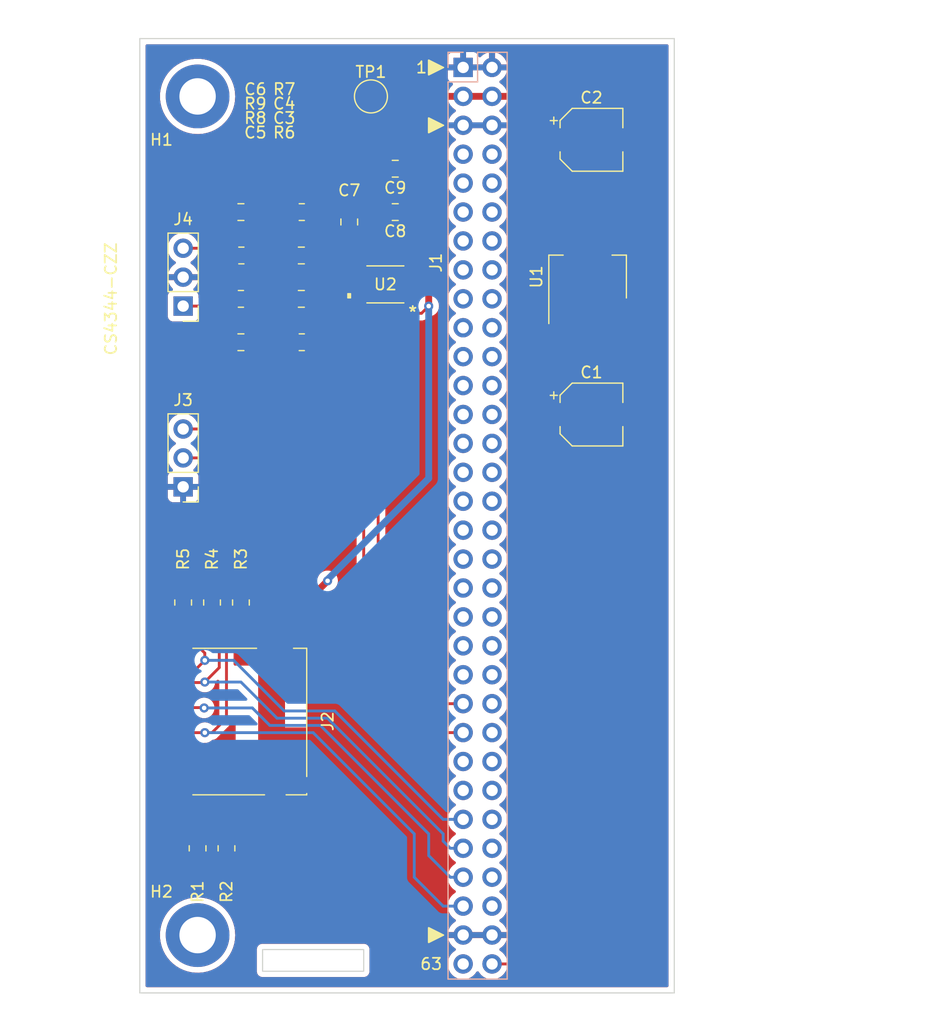
<source format=kicad_pcb>
(kicad_pcb (version 20211014) (generator pcbnew)
  (layers (0 "F.Cu" signal) (31 "B.Cu" signal) (34 "B.Paste" user) (35 "F.Paste" user) (36 "B.SilkS" user "B.Silkscreen") (37 "F.SilkS" user "F.Silkscreen") (38 "B.Mask" user) (39 "F.Mask" user) (44 "Edge.Cuts" user))
  (net 0 "")
  (net 1 "GND")
  (net 2 "3v3")
  (net 29 "VIN")
  (net 30 "AOUTL")
  (net 32 "Net-(C3-Pad2)")
  (net 34 "AOUTR")
  (net 36 "Net-(C4-Pad2)")
  (net 47 "SD_DAT3")
  (net 48 "SD_CMD")
  (net 49 "SD_CLK")
  (net 50 "SD_DAT0")
  (net 51 "SD_DAT1")
  (net 52 "SD_DAT2")
  (net 55 "RX")
  (net 56 "TX")
  (net 59 "Net-(C5-Pad2)")
  (net 60 "Net-(C6-Pad2)")
  (net 61 "I2S_SDIN")
  (net 62 "I2S_SCLK")
  (net 63 "I2S_LRCK")
  (net 64 "I2S_MCLK")
  (net 65 "Net-(C7-Pad1)")
  (net 66 "Net-(C8-Pad1)")
  (footprint "Resistor_SMD:R_0805_2012Metric_Pad1.20x1.40mm_HandSolder" (layer "F.Cu") (at 106.68 109.22 -90)
    (fp_text reference "R5" (at -3.81 0 90) (layer "F.SilkS"))
    (fp_text value "4k7")
    (fp_line (start -0.227064 -0.735) (end 0.227064 -0.735) (layer "F.SilkS") (width 0.12))
    (fp_line (start -0.227064 0.735) (end 0.227064 0.735) (layer "F.SilkS") (width 0.12))
    (pad "1" smd roundrect (at -1 0 270) (size 1.2 1.4) (layers "F.Cu" "F.Paste" "F.Mask") (roundrect_rratio 0.208333) (net 2 "3v3"))
    (pad "2" smd roundrect (at 1 0 270) (size 1.2 1.4) (layers "F.Cu" "F.Paste" "F.Mask") (roundrect_rratio 0.208333) (net 51 "SD_DAT1"))
  )
  (footprint "Resistor_SMD:R_0805_2012Metric_Pad1.20x1.40mm_HandSolder" (layer "F.Cu") (at 117.11 86.36)
    (fp_text reference "R6" (at -1.54 -18.415) (layer "F.SilkS"))
    (fp_text value "10k")
    (fp_line (start -0.227064 -0.735) (end 0.227064 -0.735) (layer "F.SilkS") (width 0.12))
    (fp_line (start -0.227064 0.735) (end 0.227064 0.735) (layer "F.SilkS") (width 0.12))
    (pad "1" smd roundrect (at -1 0) (size 1.2 1.4) (layers "F.Cu" "F.Paste" "F.Mask") (roundrect_rratio 0.208333) (net 32 "Net-(C3-Pad2)"))
    (pad "2" smd roundrect (at 1 0) (size 1.2 1.4) (layers "F.Cu" "F.Paste" "F.Mask") (roundrect_rratio 0.208333) (net 1 "GND"))
  )
  (footprint "Resistor_SMD:R_0805_2012Metric_Pad1.20x1.40mm_HandSolder" (layer "F.Cu") (at 109.22 109.22 -90)
    (fp_text reference "R4" (at -3.81 0 90) (layer "F.SilkS"))
    (fp_text value "4k7")
    (fp_line (start -0.227064 0.735) (end 0.227064 0.735) (layer "F.SilkS") (width 0.12))
    (fp_line (start -0.227064 -0.735) (end 0.227064 -0.735) (layer "F.SilkS") (width 0.12))
    (pad "1" smd roundrect (at -1 0 270) (size 1.2 1.4) (layers "F.Cu" "F.Paste" "F.Mask") (roundrect_rratio 0.208333) (net 2 "3v3"))
    (pad "2" smd roundrect (at 1 0 270) (size 1.2 1.4) (layers "F.Cu" "F.Paste" "F.Mask") (roundrect_rratio 0.208333) (net 50 "SD_DAT0"))
  )
  (footprint "Connector_PinHeader_2.54mm:PinHeader_1x03_P2.54mm_Vertical" (layer "F.Cu") (at 106.68 99.06 180)
    (fp_text reference "J3" (at 0 7.62) (layer "F.SilkS"))
    (fp_text value "Conn_01x03")
    (fp_line (start -1.33 1.27) (end -1.33 6.41) (layer "F.SilkS") (width 0.12))
    (fp_line (start -1.33 6.41) (end 1.33 6.41) (layer "F.SilkS") (width 0.12))
    (fp_line (start -1.33 -1.33) (end 0 -1.33) (layer "F.SilkS") (width 0.12))
    (fp_line (start 1.33 1.27) (end 1.33 6.41) (layer "F.SilkS") (width 0.12))
    (fp_line (start -1.33 0) (end -1.33 -1.33) (layer "F.SilkS") (width 0.12))
    (fp_line (start -1.33 1.27) (end 1.33 1.27) (layer "F.SilkS") (width 0.12))
    (pad "1" thru_hole rect (at 0 0 180) (size 1.7 1.7) (drill 1) (layers *.Cu *.Mask) (net 1 "GND"))
    (pad "2" thru_hole oval (at 0 2.54 180) (size 1.7 1.7) (drill 1) (layers *.Cu *.Mask) (net 55 "RX"))
    (pad "3" thru_hole oval (at 0 5.08 180) (size 1.7 1.7) (drill 1) (layers *.Cu *.Mask) (net 56 "TX"))
  )
  (footprint "MountingHole:MountingHole_3.2mm_M3_DIN965_Pad" (layer "F.Cu") (at 107.95 64.77)
    (fp_text reference "H1" (at -3.175 3.81) (layer "F.SilkS"))
    (fp_text value "MountingHole")
    (pad "1" thru_hole circle (at 0 0) (size 5.6 5.6) (drill 3.2) (layers *.Cu *.Mask))
  )
  (footprint "Capacitor_SMD:CP_Elec_5x5.3" (layer "F.Cu") (at 142.58 92.71)
    (fp_text reference "C1" (at 0 -3.7) (layer "F.SilkS"))
    (fp_text value "10uF")
    (fp_line (start -2.76 1.695563) (end -1.695563 2.76) (layer "F.SilkS") (width 0.12))
    (fp_line (start -3.625 -1.685) (end -3 -1.685) (layer "F.SilkS") (width 0.12))
    (fp_line (start -2.76 -1.695563) (end -2.76 -1.06) (layer "F.SilkS") (width 0.12))
    (fp_line (start -2.76 -1.695563) (end -1.695563 -2.76) (layer "F.SilkS") (width 0.12))
    (fp_line (start -1.695563 -2.76) (end 2.76 -2.76) (layer "F.SilkS") (width 0.12))
    (fp_line (start -3.3125 -1.9975) (end -3.3125 -1.3725) (layer "F.SilkS") (width 0.12))
    (fp_line (start -2.76 1.695563) (end -2.76 1.06) (layer "F.SilkS") (width 0.12))
    (fp_line (start 2.76 2.76) (end 2.76 1.06) (layer "F.SilkS") (width 0.12))
    (fp_line (start -1.695563 2.76) (end 2.76 2.76) (layer "F.SilkS") (width 0.12))
    (fp_line (start 2.76 -2.76) (end 2.76 -1.06) (layer "F.SilkS") (width 0.12))
    (pad "1" smd roundrect (at -2.2 0) (size 3 1.6) (layers "F.Cu" "F.Paste" "F.Mask") (roundrect_rratio 0.15625) (net 29 "VIN"))
    (pad "2" smd roundrect (at 2.2 0) (size 3 1.6) (layers "F.Cu" "F.Paste" "F.Mask") (roundrect_rratio 0.15625) (net 1 "GND"))
  )
  (footprint "Capacitor_SMD:C_0805_2012Metric_Pad1.18x1.45mm_HandSolder" (layer "F.Cu") (at 125.3275 71.12 180)
    (fp_text reference "C9" (at 0 -1.68) (layer "F.SilkS"))
    (fp_text value "10uF")
    (fp_line (start -0.261252 0.735) (end 0.261252 0.735) (layer "F.SilkS") (width 0.12))
    (fp_line (start -0.261252 -0.735) (end 0.261252 -0.735) (layer "F.SilkS") (width 0.12))
    (pad "1" smd roundrect (at -1.0375 0 180) (size 1.175 1.45) (layers "F.Cu" "F.Paste" "F.Mask") (roundrect_rratio 0.212766) (net 66 "Net-(C8-Pad1)"))
    (pad "2" smd roundrect (at 1.0375 0 180) (size 1.175 1.45) (layers "F.Cu" "F.Paste" "F.Mask") (roundrect_rratio 0.212766) (net 1 "GND"))
  )
  (footprint "Capacitor_SMD:C_0805_2012Metric_Pad1.18x1.45mm_HandSolder" (layer "F.Cu") (at 117.0725 78.74 180)
    (fp_text reference "C4" (at 1.5025 13.335) (layer "F.SilkS"))
    (fp_text value "3.3uF")
    (fp_line (start -0.261252 -0.735) (end 0.261252 -0.735) (layer "F.SilkS") (width 0.12))
    (fp_line (start -0.261252 0.735) (end 0.261252 0.735) (layer "F.SilkS") (width 0.12))
    (pad "1" smd roundrect (at -1.0375 0 180) (size 1.175 1.45) (layers "F.Cu" "F.Paste" "F.Mask") (roundrect_rratio 0.212766) (net 30 "AOUTL"))
    (pad "2" smd roundrect (at 1.0375 0 180) (size 1.175 1.45) (layers "F.Cu" "F.Paste" "F.Mask") (roundrect_rratio 0.212766) (net 36 "Net-(C4-Pad2)"))
  )
  (footprint "Package_TO_SOT_SMD:SOT-223-3_TabPin2" (layer "F.Cu") (at 142.24 80.62 90)
    (fp_text reference "U1" (at 0 -4.5 90) (layer "F.SilkS"))
    (fp_text value "AP1117-33")
    (fp_line (start 1.91 -3.41) (end 1.91 -2.15) (layer "F.SilkS") (width 0.12))
    (fp_line (start 1.91 3.41) (end 1.91 2.15) (layer "F.SilkS") (width 0.12))
    (fp_line (start -4.1 -3.41) (end 1.91 -3.41) (layer "F.SilkS") (width 0.12))
    (fp_line (start -1.85 3.41) (end 1.91 3.41) (layer "F.SilkS") (width 0.12))
    (pad "1" smd rect (at -3.15 -2.3 90) (size 2 1.5) (layers "F.Cu" "F.Paste" "F.Mask") (net 1 "GND"))
    (pad "2" smd rect (at -3.15 0 90) (size 2 1.5) (layers "F.Cu" "F.Paste" "F.Mask") (net 2 "3v3"))
    (pad "2" smd rect (at 3.15 0 90) (size 2 3.8) (layers "F.Cu" "F.Paste" "F.Mask") (net 2 "3v3"))
    (pad "3" smd rect (at -3.15 2.3 90) (size 2 1.5) (layers "F.Cu" "F.Paste" "F.Mask") (net 29 "VIN"))
  )
  (footprint "Resistor_SMD:R_0805_2012Metric_Pad1.20x1.40mm_HandSolder" (layer "F.Cu") (at 111.7975 78.74 180)
    (fp_text reference "R9" (at -1.2325 13.335) (layer "F.SilkS"))
    (fp_text value "470")
    (fp_line (start -0.227064 0.735) (end 0.227064 0.735) (layer "F.SilkS") (width 0.12))
    (fp_line (start -0.227064 -0.735) (end 0.227064 -0.735) (layer "F.SilkS") (width 0.12))
    (pad "1" smd roundrect (at -1 0 180) (size 1.2 1.4) (layers "F.Cu" "F.Paste" "F.Mask") (roundrect_rratio 0.208333) (net 36 "Net-(C4-Pad2)"))
    (pad "2" smd roundrect (at 1 0 180) (size 1.2 1.4) (layers "F.Cu" "F.Paste" "F.Mask") (roundrect_rratio 0.208333) (net 60 "Net-(C6-Pad2)"))
  )
  (footprint "Capacitor_SMD:C_0805_2012Metric_Pad1.18x1.45mm_HandSolder" (layer "F.Cu") (at 111.76 86.36 180)
    (fp_text reference "C5" (at -1.27 18.415) (layer "F.SilkS"))
    (fp_text value "2.7nF")
    (fp_line (start -0.261252 -0.735) (end 0.261252 -0.735) (layer "F.SilkS") (width 0.12))
    (fp_line (start -0.261252 0.735) (end 0.261252 0.735) (layer "F.SilkS") (width 0.12))
    (pad "1" smd roundrect (at -1.0375 0 180) (size 1.175 1.45) (layers "F.Cu" "F.Paste" "F.Mask") (roundrect_rratio 0.212766) (net 1 "GND"))
    (pad "2" smd roundrect (at 1.0375 0 180) (size 1.175 1.45) (layers "F.Cu" "F.Paste" "F.Mask") (roundrect_rratio 0.212766) (net 59 "Net-(C5-Pad2)"))
  )
  (footprint "Resistor_SMD:R_0805_2012Metric_Pad1.20x1.40mm_HandSolder" (layer "F.Cu") (at 107.95 130.81 90)
    (fp_text reference "R1" (at -3.81 0 90) (layer "F.SilkS"))
    (fp_text value "4k7")
    (fp_line (start -0.227064 0.735) (end 0.227064 0.735) (layer "F.SilkS") (width 0.12))
    (fp_line (start -0.227064 -0.735) (end 0.227064 -0.735) (layer "F.SilkS") (width 0.12))
    (pad "1" smd roundrect (at -1 0 90) (size 1.2 1.4) (layers "F.Cu" "F.Paste" "F.Mask") (roundrect_rratio 0.208333) (net 2 "3v3"))
    (pad "2" smd roundrect (at 1 0 90) (size 1.2 1.4) (layers "F.Cu" "F.Paste" "F.Mask") (roundrect_rratio 0.208333) (net 52 "SD_DAT2"))
  )
  (footprint "Connector_PinHeader_2.54mm:PinHeader_1x03_P2.54mm_Vertical" (layer "F.Cu") (at 106.68 83.185 180)
    (fp_text reference "J4" (at 0 7.62) (layer "F.SilkS"))
    (fp_text value "Conn_01x03")
    (fp_line (start -1.33 -1.33) (end 0 -1.33) (layer "F.SilkS") (width 0.12))
    (fp_line (start -1.33 1.27) (end 1.33 1.27) (layer "F.SilkS") (width 0.12))
    (fp_line (start -1.33 0) (end -1.33 -1.33) (layer "F.SilkS") (width 0.12))
    (fp_line (start -1.33 6.41) (end 1.33 6.41) (layer "F.SilkS") (width 0.12))
    (fp_line (start 1.33 1.27) (end 1.33 6.41) (layer "F.SilkS") (width 0.12))
    (fp_line (start -1.33 1.27) (end -1.33 6.41) (layer "F.SilkS") (width 0.12))
    (pad "1" thru_hole rect (at 0 0 180) (size 1.7 1.7) (drill 1) (layers *.Cu *.Mask) (net 59 "Net-(C5-Pad2)"))
    (pad "2" thru_hole oval (at 0 2.54 180) (size 1.7 1.7) (drill 1) (layers *.Cu *.Mask) (net 1 "GND"))
    (pad "3" thru_hole oval (at 0 5.08 180) (size 1.7 1.7) (drill 1) (layers *.Cu *.Mask) (net 60 "Net-(C6-Pad2)"))
  )
  (footprint "Resistor_SMD:R_0805_2012Metric_Pad1.20x1.40mm_HandSolder" (layer "F.Cu") (at 111.76 109.22 -90)
    (fp_text reference "R3" (at -3.81 0 90) (layer "F.SilkS"))
    (fp_text value "4k7")
    (fp_line (start -0.227064 -0.735) (end 0.227064 -0.735) (layer "F.SilkS") (width 0.12))
    (fp_line (start -0.227064 0.735) (end 0.227064 0.735) (layer "F.SilkS") (width 0.12))
    (pad "1" smd roundrect (at -1 0 270) (size 1.2 1.4) (layers "F.Cu" "F.Paste" "F.Mask") (roundrect_rratio 0.208333) (net 2 "3v3"))
    (pad "2" smd roundrect (at 1 0 270) (size 1.2 1.4) (layers "F.Cu" "F.Paste" "F.Mask") (roundrect_rratio 0.208333) (net 48 "SD_CMD"))
  )
  (footprint "Capacitor_SMD:CP_Elec_5x5.3" (layer "F.Cu") (at 142.58 68.58)
    (fp_text reference "C2" (at 0 -3.7) (layer "F.SilkS"))
    (fp_text value "100uF")
    (fp_line (start -3.625 -1.685) (end -3 -1.685) (layer "F.SilkS") (width 0.12))
    (fp_line (start -2.76 -1.695563) (end -1.695563 -2.76) (layer "F.SilkS") (width 0.12))
    (fp_line (start -2.76 1.695563) (end -1.695563 2.76) (layer "F.SilkS") (width 0.12))
    (fp_line (start -1.695563 -2.76) (end 2.76 -2.76) (layer "F.SilkS") (width 0.12))
    (fp_line (start -3.3125 -1.9975) (end -3.3125 -1.3725) (layer "F.SilkS") (width 0.12))
    (fp_line (start -2.76 1.695563) (end -2.76 1.06) (layer "F.SilkS") (width 0.12))
    (fp_line (start -1.695563 2.76) (end 2.76 2.76) (layer "F.SilkS") (width 0.12))
    (fp_line (start 2.76 2.76) (end 2.76 1.06) (layer "F.SilkS") (width 0.12))
    (fp_line (start 2.76 -2.76) (end 2.76 -1.06) (layer "F.SilkS") (width 0.12))
    (fp_line (start -2.76 -1.695563) (end -2.76 -1.06) (layer "F.SilkS") (width 0.12))
    (pad "1" smd roundrect (at -2.2 0) (size 3 1.6) (layers "F.Cu" "F.Paste" "F.Mask") (roundrect_rratio 0.15625) (net 2 "3v3"))
    (pad "2" smd roundrect (at 2.2 0) (size 3 1.6) (layers "F.Cu" "F.Paste" "F.Mask") (roundrect_rratio 0.15625) (net 1 "GND"))
  )
  (footprint "Capacitor_SMD:C_0805_2012Metric_Pad1.18x1.45mm_HandSolder" (layer "F.Cu") (at 111.76 74.93 180)
    (fp_text reference "C6" (at -1.27 10.795) (layer "F.SilkS"))
    (fp_text value "2.7nF")
    (fp_line (start -0.261252 0.735) (end 0.261252 0.735) (layer "F.SilkS") (width 0.12))
    (fp_line (start -0.261252 -0.735) (end 0.261252 -0.735) (layer "F.SilkS") (width 0.12))
    (pad "1" smd roundrect (at -1.0375 0 180) (size 1.175 1.45) (layers "F.Cu" "F.Paste" "F.Mask") (roundrect_rratio 0.212766) (net 1 "GND"))
    (pad "2" smd roundrect (at 1.0375 0 180) (size 1.175 1.45) (layers "F.Cu" "F.Paste" "F.Mask") (roundrect_rratio 0.212766) (net 60 "Net-(C6-Pad2)"))
  )
  (footprint "Resistor_SMD:R_0805_2012Metric_Pad1.20x1.40mm_HandSolder" (layer "F.Cu") (at 117.11 74.93)
    (fp_text reference "R7" (at -1.54 -10.795) (layer "F.SilkS"))
    (fp_text value "10k")
    (fp_line (start -0.227064 0.735) (end 0.227064 0.735) (layer "F.SilkS") (width 0.12))
    (fp_line (start -0.227064 -0.735) (end 0.227064 -0.735) (layer "F.SilkS") (width 0.12))
    (pad "1" smd roundrect (at -1 0) (size 1.2 1.4) (layers "F.Cu" "F.Paste" "F.Mask") (roundrect_rratio 0.208333) (net 36 "Net-(C4-Pad2)"))
    (pad "2" smd roundrect (at 1 0) (size 1.2 1.4) (layers "F.Cu" "F.Paste" "F.Mask") (roundrect_rratio 0.208333) (net 1 "GND"))
  )
  (footprint "Resistor_SMD:R_0805_2012Metric_Pad1.20x1.40mm_HandSolder" (layer "F.Cu") (at 111.76 82.55 180)
    (fp_text reference "R8" (at -1.27 15.875) (layer "F.SilkS"))
    (fp_text value "470")
    (fp_line (start -0.227064 -0.735) (end 0.227064 -0.735) (layer "F.SilkS") (width 0.12))
    (fp_line (start -0.227064 0.735) (end 0.227064 0.735) (layer "F.SilkS") (width 0.12))
    (pad "1" smd roundrect (at -1 0 180) (size 1.2 1.4) (layers "F.Cu" "F.Paste" "F.Mask") (roundrect_rratio 0.208333) (net 32 "Net-(C3-Pad2)"))
    (pad "2" smd roundrect (at 1 0 180) (size 1.2 1.4) (layers "F.Cu" "F.Paste" "F.Mask") (roundrect_rratio 0.208333) (net 59 "Net-(C5-Pad2)"))
  )
  (footprint "Capacitor_SMD:C_0805_2012Metric_Pad1.18x1.45mm_HandSolder" (layer "F.Cu") (at 117.0725 82.55 180)
    (fp_text reference "C3" (at 1.5025 15.875) (layer "F.SilkS"))
    (fp_text value "3.3uF")
    (fp_line (start -0.261252 0.735) (end 0.261252 0.735) (layer "F.SilkS") (width 0.12))
    (fp_line (start -0.261252 -0.735) (end 0.261252 -0.735) (layer "F.SilkS") (width 0.12))
    (pad "1" smd roundrect (at -1.0375 0 180) (size 1.175 1.45) (layers "F.Cu" "F.Paste" "F.Mask") (roundrect_rratio 0.212766) (net 34 "AOUTR"))
    (pad "2" smd roundrect (at 1.0375 0 180) (size 1.175 1.45) (layers "F.Cu" "F.Paste" "F.Mask") (roundrect_rratio 0.212766) (net 32 "Net-(C3-Pad2)"))
  )
  (footprint "footprints:CS4344-CZZ" (layer "F.Cu") (at 124.46 81.28 180)
    (fp_text reference "U2" (at 0 0) (layer "F.SilkS"))
    (fp_text value "CS4344-CZZ" (at 24.13 -1.27 90) (layer "F.SilkS"))
    (fp_text user "*" (at -2.40385 -2.4478) (layer "F.SilkS"))
    (fp_text user "*" (at -2.40385 -2.4478) (layer "F.SilkS"))
    (fp_line (start 1.6256 -1.6256) (end -1.6256 -1.6256) (layer "F.SilkS") (width 0.12))
    (fp_line (start -1.6256 1.6256) (end 1.6256 1.6256) (layer "F.SilkS") (width 0.12))
    (fp_poly (pts (xy 3.309099 -1.190501) (xy 3.309099 -0.809501) (xy 3.055099 -0.809501) (xy 3.055099 -1.190501)) (layer "F.SilkS") (width 0.1) (fill solid))
    (pad "1" smd rect locked (at -2.149848 -1.000001 180) (size 1.302499 0.3048) (layers "F.Cu" "F.Paste" "F.Mask") (net 61 "I2S_SDIN"))
    (pad "2" smd rect locked (at -2.149848 -0.499999 180) (size 1.302499 0.3048) (layers "F.Cu" "F.Paste" "F.Mask") (net 62 "I2S_SCLK"))
    (pad "3" smd rect locked (at -2.149848 0 180) (size 1.302499 0.3048) (layers "F.Cu" "F.Paste" "F.Mask") (net 63 "I2S_LRCK"))
    (pad "4" smd rect locked (at -2.149848 0.499999 180) (size 1.302499 0.3048) (layers "F.Cu" "F.Paste" "F.Mask") (net 64 "I2S_MCLK"))
    (pad "5" smd rect locked (at -2.149848 1.000001 180) (size 1.302499 0.3048) (layers "F.Cu" "F.Paste" "F.Mask") (net 66 "Net-(C8-Pad1)"))
    (pad "6" smd rect locked (at 2.149848 1.000001 180) (size 1.302499 0.3048) (layers "F.Cu" "F.Paste" "F.Mask") (net 65 "Net-(C7-Pad1)"))
    (pad "7" smd rect locked (at 2.149848 0.499999 180) (size 1.302499 0.3048) (layers "F.Cu" "F.Paste" "F.Mask") (net 30 "AOUTL"))
    (pad "8" smd rect locked (at 2.149848 0 180) (size 1.302499 0.3048) (layers "F.Cu" "F.Paste" "F.Mask") (net 1 "GND"))
    (pad "9" smd rect locked (at 2.149848 -0.499999 180) (size 1.302499 0.3048) (layers "F.Cu" "F.Paste" "F.Mask") (net 2 "3v3"))
    (pad "10" smd rect locked (at 2.149848 -1.000001 180) (size 1.302499 0.3048) (layers "F.Cu" "F.Paste" "F.Mask") (net 34 "AOUTR"))
  )
  (footprint "TestPoint:TestPoint_Pad_D2.5mm" (layer "F.Cu") (at 123.19 64.77)
    (fp_text reference "TP1" (at 0 -2.148) (layer "F.SilkS"))
    (fp_text value "TestPoint")
    (fp_circle (center 0 0) (end 0 1.45) (layer "F.SilkS") (width 0.12) (fill none))
    (pad "1" smd circle (at 0 0) (size 2.5 2.5) (layers "F.Cu" "F.Mask") (net 2 "3v3"))
  )
  (footprint "MountingHole:MountingHole_3.2mm_M3_DIN965_Pad" (layer "F.Cu") (at 107.95 138.43)
    (fp_text reference "H2" (at -3.175 -3.81) (layer "F.SilkS"))
    (fp_text value "MountingHole")
    (pad "1" thru_hole circle (at 0 0) (size 5.6 5.6) (drill 3.2) (layers *.Cu *.Mask))
  )
  (footprint "Capacitor_SMD:C_0805_2012Metric_Pad1.18x1.45mm_HandSolder" (layer "F.Cu") (at 125.3275 74.93 180)
    (fp_text reference "C8" (at 0 -1.68) (layer "F.SilkS"))
    (fp_text value "100nF")
    (fp_line (start -0.261252 0.735) (end 0.261252 0.735) (layer "F.SilkS") (width 0.12))
    (fp_line (start -0.261252 -0.735) (end 0.261252 -0.735) (layer "F.SilkS") (width 0.12))
    (pad "1" smd roundrect (at -1.0375 0 180) (size 1.175 1.45) (layers "F.Cu" "F.Paste" "F.Mask") (roundrect_rratio 0.212766) (net 66 "Net-(C8-Pad1)"))
    (pad "2" smd roundrect (at 1.0375 0 180) (size 1.175 1.45) (layers "F.Cu" "F.Paste" "F.Mask") (roundrect_rratio 0.212766) (net 1 "GND"))
  )
  (footprint "Capacitor_SMD:C_0805_2012Metric_Pad1.18x1.45mm_HandSolder" (layer "F.Cu") (at 121.285 75.7975 90)
    (fp_text reference "C7" (at 2.7725 0 180) (layer "F.SilkS"))
    (fp_text value "10uF")
    (fp_line (start -0.261252 -0.735) (end 0.261252 -0.735) (layer "F.SilkS") (width 0.12))
    (fp_line (start -0.261252 0.735) (end 0.261252 0.735) (layer "F.SilkS") (width 0.12))
    (pad "1" smd roundrect (at -1.0375 0 90) (size 1.175 1.45) (layers "F.Cu" "F.Paste" "F.Mask") (roundrect_rratio 0.212766) (net 65 "Net-(C7-Pad1)"))
    (pad "2" smd roundrect (at 1.0375 0 90) (size 1.175 1.45) (layers "F.Cu" "F.Paste" "F.Mask") (roundrect_rratio 0.212766) (net 1 "GND"))
  )
  (footprint "Resistor_SMD:R_0805_2012Metric_Pad1.20x1.40mm_HandSolder" (layer "F.Cu") (at 110.49 130.81 90)
    (fp_text reference "R2" (at -3.81 0 90) (layer "F.SilkS"))
    (fp_text value "4k7")
    (fp_line (start -0.227064 0.735) (end 0.227064 0.735) (layer "F.SilkS") (width 0.12))
    (fp_line (start -0.227064 -0.735) (end 0.227064 -0.735) (layer "F.SilkS") (width 0.12))
    (pad "1" smd roundrect (at -1 0 90) (size 1.2 1.4) (layers "F.Cu" "F.Paste" "F.Mask") (roundrect_rratio 0.208333) (net 2 "3v3"))
    (pad "2" smd roundrect (at 1 0 90) (size 1.2 1.4) (layers "F.Cu" "F.Paste" "F.Mask") (roundrect_rratio 0.208333) (net 47 "SD_DAT3"))
  )
  (footprint "Connector_Card:microSD_HC_Hirose_DM3D-SF" (layer "F.Cu") (at 111.76 119.675 -90)
    (fp_text reference "J2" (at -0.025 -7.625 90) (layer "F.SilkS"))
    (fp_text value "Micro_SD_Card")
    (fp_line (start 6.435 -2.075) (end 6.435 4.225) (layer "F.SilkS") (width 0.12))
    (fp_line (start -6.435 -4.625) (end -6.435 -5.785) (layer "F.SilkS") (width 0.12))
    (fp_line (start -6.435 -5.785) (end 4.825 -5.785) (layer "F.SilkS") (width 0.12))
    (fp_line (start 6.435 -5.785) (end 6.435 -3.975) (layer "F.SilkS") (width 0.12))
    (fp_line (start 6.325 -5.785) (end 6.435 -5.785) (layer "F.SilkS") (width 0.12))
    (fp_line (start -6.435 -1.375) (end -6.435 4.225) (layer "F.SilkS") (width 0.12))
    (pad "1" smd rect (at 3.175 5.35 270) (size 0.7 1.75) (layers "F.Cu" "F.Paste" "F.Mask") (net 52 "SD_DAT2"))
    (pad "2" smd rect (at 2.075 5.35 270) (size 0.7 1.75) (layers "F.Cu" "F.Paste" "F.Mask") (net 47 "SD_DAT3"))
    (pad "3" smd rect (at 0.975 5.35 270) (size 0.7 1.75) (layers "F.Cu" "F.Paste" "F.Mask") (net 48 "SD_CMD"))
    (pad "4" smd rect (at -0.125 5.35 270) (size 0.7 1.75) (layers "F.Cu" "F.Paste" "F.Mask") (net 2 "3v3"))
    (pad "5" smd rect (at -1.225 5.35 270) (size 0.7 1.75) (layers "F.Cu" "F.Paste" "F.Mask") (net 49 "SD_CLK"))
    (pad "6" smd rect (at -2.325 5.35 270) (size 0.7 1.75) (layers "F.Cu" "F.Paste" "F.Mask") (net 1 "GND"))
    (pad "7" smd rect (at -3.425 5.35 270) (size 0.7 1.75) (layers "F.Cu" "F.Paste" "F.Mask") (net 50 "SD_DAT0"))
    (pad "8" smd rect (at -4.525 5.35 270) (size 0.7 1.75) (layers "F.Cu" "F.Paste" "F.Mask") (net 51 "SD_DAT1"))
    (pad "9" smd rect (at -5.65 -3.875 270) (size 1.45 1) (layers "F.Cu" "F.Paste" "F.Mask") (net 1 "GND"))
    (pad "10" smd rect (at 5.575 -5.45 270) (size 1 1.55) (layers "F.Cu" "F.Paste" "F.Mask"))
    (pad "11" smd rect (at 5.975 -3.025 270) (size 0.8 1.4) (layers "F.Cu" "F.Paste" "F.Mask"))
    (pad "11" smd rect (at -5.725 5.225 270) (size 1.3 1.5) (layers "F.Cu" "F.Paste" "F.Mask"))
    (pad "11" smd rect (at 5.625 5.225 270) (size 1.5 1.5) (layers "F.Cu" "F.Paste" "F.Mask"))
    (pad "11" smd rect (at -5.975 -2.375 270) (size 0.8 1.5) (layers "F.Cu" "F.Paste" "F.Mask"))
    (zone (net 0) (net_name "") (layer "F.Cu") (connect_pads (clearance 0)) (min_thickness 0.254)
      (keepout (tracks not_allowed) (vias not_allowed) (pads not_allowed) (copperpour not_allowed) (footprints not_allowed))
      (fill (thermal_gap 0.508) (thermal_bridge_width 0.508))
      (polygon (pts (xy 115.635 117.7) (xy 115.635 120.2) (xy 117.485 120.2) (xy 117.485 117.7)))
    )
    (zone (net 0) (net_name "") (layer "F.Cu") (connect_pads (clearance 0)) (min_thickness 0.254)
      (keepout (tracks not_allowed) (vias not_allowed) (pads not_allowed) (copperpour not_allowed) (footprints not_allowed))
      (fill (thermal_gap 0.508) (thermal_bridge_width 0.508))
      (polygon (pts (xy 113.285 114.75) (xy 113.285 123.25) (xy 111.285 123.25) (xy 111.285 114.75)))
    )
  )
  (footprint "Connector_PinSocket_2.54mm:PinSocket_2x32_P2.54mm_Vertical" (layer "B.Cu") (at 131.298 62.225 180)
    (fp_text reference "J1" (at 2.393 -17.15 270) (layer "F.SilkS"))
    (fp_text value "LEFT")
    (fp_line (start -3.87 1.33) (end -1.27 1.33) (layer "B.SilkS") (width 0.12))
    (fp_line (start 1.33 -1.27) (end 1.33 -80.07) (layer "B.SilkS") (width 0.12))
    (fp_line (start 1.33 1.33) (end 1.33 0) (layer "B.SilkS") (width 0.12))
    (fp_line (start -3.87 -80.07) (end 1.33 -80.07) (layer "B.SilkS") (width 0.12))
    (fp_line (start 0 1.33) (end 1.33 1.33) (layer "B.SilkS") (width 0.12))
    (fp_line (start -1.27 -1.27) (end 1.33 -1.27) (layer "B.SilkS") (width 0.12))
    (fp_line (start -3.87 1.33) (end -3.87 -80.07) (layer "B.SilkS") (width 0.12))
    (fp_line (start -1.27 1.33) (end -1.27 -1.27) (layer "B.SilkS") (width 0.12))
    (pad "1" thru_hole rect (at 0 0 180) (size 1.7 1.7) (drill 1) (layers *.Cu *.Mask) (net 1 "GND"))
    (pad "2" thru_hole oval (at -2.54 0 180) (size 1.7 1.7) (drill 1) (layers *.Cu *.Mask) (net 1 "GND"))
    (pad "3" thru_hole oval (at 0 -2.54 180) (size 1.7 1.7) (drill 1) (layers *.Cu *.Mask) (net 2 "3v3"))
    (pad "4" thru_hole oval (at -2.54 -2.54 180) (size 1.7 1.7) (drill 1) (layers *.Cu *.Mask) (net 2 "3v3"))
    (pad "5" thru_hole oval (at 0 -5.08 180) (size 1.7 1.7) (drill 1) (layers *.Cu *.Mask) (net 1 "GND"))
    (pad "6" thru_hole oval (at -2.54 -5.08 180) (size 1.7 1.7) (drill 1) (layers *.Cu *.Mask) (net 1 "GND"))
    (pad "7" thru_hole oval (at 0 -7.62 180) (size 1.7 1.7) (drill 1) (layers *.Cu *.Mask))
    (pad "8" thru_hole oval (at -2.54 -7.62 180) (size 1.7 1.7) (drill 1) (layers *.Cu *.Mask))
    (pad "9" thru_hole oval (at 0 -10.16 180) (size 1.7 1.7) (drill 1) (layers *.Cu *.Mask))
    (pad "10" thru_hole oval (at -2.54 -10.16 180) (size 1.7 1.7) (drill 1) (layers *.Cu *.Mask))
    (pad "11" thru_hole oval (at 0 -12.7 180) (size 1.7 1.7) (drill 1) (layers *.Cu *.Mask))
    (pad "12" thru_hole oval (at -2.54 -12.7 180) (size 1.7 1.7) (drill 1) (layers *.Cu *.Mask))
    (pad "13" thru_hole oval (at 0 -15.24 180) (size 1.7 1.7) (drill 1) (layers *.Cu *.Mask))
    (pad "14" thru_hole oval (at -2.54 -15.24 180) (size 1.7 1.7) (drill 1) (layers *.Cu *.Mask))
    (pad "15" thru_hole oval (at 0 -17.78 180) (size 1.7 1.7) (drill 1) (layers *.Cu *.Mask))
    (pad "16" thru_hole oval (at -2.54 -17.78 180) (size 1.7 1.7) (drill 1) (layers *.Cu *.Mask))
    (pad "17" thru_hole oval (at 0 -20.32 180) (size 1.7 1.7) (drill 1) (layers *.Cu *.Mask))
    (pad "18" thru_hole oval (at -2.54 -20.32 180) (size 1.7 1.7) (drill 1) (layers *.Cu *.Mask))
    (pad "19" thru_hole oval (at 0 -22.86 180) (size 1.7 1.7) (drill 1) (layers *.Cu *.Mask))
    (pad "20" thru_hole oval (at -2.54 -22.86 180) (size 1.7 1.7) (drill 1) (layers *.Cu *.Mask))
    (pad "21" thru_hole oval (at 0 -25.4 180) (size 1.7 1.7) (drill 1) (layers *.Cu *.Mask))
    (pad "22" thru_hole oval (at -2.54 -25.4 180) (size 1.7 1.7) (drill 1) (layers *.Cu *.Mask))
    (pad "23" thru_hole oval (at 0 -27.94 180) (size 1.7 1.7) (drill 1) (layers *.Cu *.Mask))
    (pad "24" thru_hole oval (at -2.54 -27.94 180) (size 1.7 1.7) (drill 1) (layers *.Cu *.Mask))
    (pad "25" thru_hole oval (at 0 -30.48 180) (size 1.7 1.7) (drill 1) (layers *.Cu *.Mask))
    (pad "26" thru_hole oval (at -2.54 -30.48 180) (size 1.7 1.7) (drill 1) (layers *.Cu *.Mask))
    (pad "27" thru_hole oval (at 0 -33.02 180) (size 1.7 1.7) (drill 1) (layers *.Cu *.Mask))
    (pad "28" thru_hole oval (at -2.54 -33.02 180) (size 1.7 1.7) (drill 1) (layers *.Cu *.Mask))
    (pad "29" thru_hole oval (at 0 -35.56 180) (size 1.7 1.7) (drill 1) (layers *.Cu *.Mask))
    (pad "30" thru_hole oval (at -2.54 -35.56 180) (size 1.7 1.7) (drill 1) (layers *.Cu *.Mask))
    (pad "31" thru_hole oval (at 0 -38.1 180) (size 1.7 1.7) (drill 1) (layers *.Cu *.Mask))
    (pad "32" thru_hole oval (at -2.54 -38.1 180) (size 1.7 1.7) (drill 1) (layers *.Cu *.Mask))
    (pad "33" thru_hole oval (at 0 -40.64 180) (size 1.7 1.7) (drill 1) (layers *.Cu *.Mask))
    (pad "34" thru_hole oval (at -2.54 -40.64 180) (size 1.7 1.7) (drill 1) (layers *.Cu *.Mask))
    (pad "35" thru_hole oval (at 0 -43.18 180) (size 1.7 1.7) (drill 1) (layers *.Cu *.Mask))
    (pad "36" thru_hole oval (at -2.54 -43.18 180) (size 1.7 1.7) (drill 1) (layers *.Cu *.Mask))
    (pad "37" thru_hole oval (at 0 -45.72 180) (size 1.7 1.7) (drill 1) (layers *.Cu *.Mask))
    (pad "38" thru_hole oval (at -2.54 -45.72 180) (size 1.7 1.7) (drill 1) (layers *.Cu *.Mask))
    (pad "39" thru_hole oval (at 0 -48.26 180) (size 1.7 1.7) (drill 1) (layers *.Cu *.Mask))
    (pad "40" thru_hole oval (at -2.54 -48.26 180) (size 1.7 1.7) (drill 1) (layers *.Cu *.Mask))
    (pad "41" thru_hole oval (at 0 -50.8 180) (size 1.7 1.7) (drill 1) (layers *.Cu *.Mask))
    (pad "42" thru_hole oval (at -2.54 -50.8 180) (size 1.7 1.7) (drill 1) (layers *.Cu *.Mask))
    (pad "43" thru_hole oval (at 0 -53.34 180) (size 1.7 1.7) (drill 1) (layers *.Cu *.Mask))
    (pad "44" thru_hole oval (at -2.54 -53.34 180) (size 1.7 1.7) (drill 1) (layers *.Cu *.Mask))
    (pad "45" thru_hole oval (at 0 -55.88 180) (size 1.7 1.7) (drill 1) (layers *.Cu *.Mask) (net 56 "TX"))
    (pad "46" thru_hole oval (at -2.54 -55.88 180) (size 1.7 1.7) (drill 1) (layers *.Cu *.Mask) (net 64 "I2S_MCLK"))
    (pad "47" thru_hole oval (at 0 -58.42 180) (size 1.7 1.7) (drill 1) (layers *.Cu *.Mask) (net 55 "RX"))
    (pad "48" thru_hole oval (at -2.54 -58.42 180) (size 1.7 1.7) (drill 1) (layers *.Cu *.Mask) (net 63 "I2S_LRCK"))
    (pad "49" thru_hole oval (at 0 -60.96 180) (size 1.7 1.7) (drill 1) (layers *.Cu *.Mask) (net 47 "SD_DAT3"))
    (pad "50" thru_hole oval (at -2.54 -60.96 180) (size 1.7 1.7) (drill 1) (layers *.Cu *.Mask) (net 62 "I2S_SCLK"))
    (pad "51" thru_hole oval (at 0 -63.5 180) (size 1.7 1.7) (drill 1) (layers *.Cu *.Mask) (net 52 "SD_DAT2"))
    (pad "52" thru_hole oval (at -2.54 -63.5 180) (size 1.7 1.7) (drill 1) (layers *.Cu *.Mask) (net 61 "I2S_SDIN"))
    (pad "53" thru_hole oval (at 0 -66.04 180) (size 1.7 1.7) (drill 1) (layers *.Cu *.Mask) (net 51 "SD_DAT1"))
    (pad "54" thru_hole oval (at -2.54 -66.04 180) (size 1.7 1.7) (drill 1) (layers *.Cu *.Mask))
    (pad "55" thru_hole oval (at 0 -68.58 180) (size 1.7 1.7) (drill 1) (layers *.Cu *.Mask) (net 50 "SD_DAT0"))
    (pad "56" thru_hole oval (at -2.54 -68.58 180) (size 1.7 1.7) (drill 1) (layers *.Cu *.Mask))
    (pad "57" thru_hole oval (at 0 -71.12 180) (size 1.7 1.7) (drill 1) (layers *.Cu *.Mask) (net 49 "SD_CLK"))
    (pad "58" thru_hole oval (at -2.54 -71.12 180) (size 1.7 1.7) (drill 1) (layers *.Cu *.Mask))
    (pad "59" thru_hole oval (at 0 -73.66 180) (size 1.7 1.7) (drill 1) (layers *.Cu *.Mask) (net 48 "SD_CMD"))
    (pad "60" thru_hole oval (at -2.54 -73.66 180) (size 1.7 1.7) (drill 1) (layers *.Cu *.Mask))
    (pad "61" thru_hole oval (at 0 -76.2 180) (size 1.7 1.7) (drill 1) (layers *.Cu *.Mask) (net 1 "GND"))
    (pad "62" thru_hole oval (at -2.54 -76.2 180) (size 1.7 1.7) (drill 1) (layers *.Cu *.Mask) (net 1 "GND"))
    (pad "63" thru_hole oval (at 0 -78.74 180) (size 1.7 1.7) (drill 1) (layers *.Cu *.Mask))
    (pad "64" thru_hole oval (at -2.54 -78.74 180) (size 1.7 1.7) (drill 1) (layers *.Cu *.Mask) (net 29 "VIN"))
  )
  (gr_poly (pts (xy 128.27 61.595) (xy 129.54 62.23) (xy 128.27 62.865)) (layer "F.SilkS") (width 0.15) (fill solid))
  (gr_poly (pts (xy 128.27 66.675) (xy 129.54 67.31) (xy 128.27 67.945)) (layer "F.SilkS") (width 0.15) (fill solid))
  (gr_poly (pts (xy 128.27 137.795) (xy 129.54 138.43) (xy 128.27 139.065)) (layer "F.SilkS") (width 0.15) (fill solid))
  (gr_rect (start 113.665 139.7) (end 122.555 141.605) (layer "Edge.Cuts") (width 0.1) (fill none))
  (gr_line (start 102.87 59.69) (end 149.86 59.69) (layer "Edge.Cuts") (width 0.1))
  (gr_line (start 149.86 59.69) (end 149.86 143.51) (layer "Edge.Cuts") (width 0.1))
  (gr_line (start 102.87 143.51) (end 102.87 59.69) (layer "Edge.Cuts") (width 0.1))
  (gr_line (start 149.86 143.51) (end 102.87 143.51) (layer "Edge.Cuts") (width 0.1))
  (gr_text "63" (at 129.54 140.97) (layer "F.SilkS") (effects (font (size 1 1)) (justify right)))
  (gr_text "1" (at 127.635 62.23) (layer "F.SilkS") (effects (font (size 1 1))))
  (segment (start 122.310152 81.28) (end 120.65 81.28) (width 0.25) (layer "F.Cu") (net 1))
  (segment (start 118.475 108.22) (end 111.76 108.22) (width 0.6) (layer "F.Cu") (net 2))
  (segment (start 123.195 64.765) (end 123.19 64.77) (width 0.4) (layer "F.Cu") (net 2))
  (segment (start 119.38 107.315) (end 118.475 108.22) (width 0.6) (layer "F.Cu") (net 2))
  (segment (start 140.38 66.72) (end 138.425 64.765) (width 0.6) (layer "F.Cu") (net 2))
  (segment (start 140.38 68.58) (end 140.38 66.72) (width 0.6) (layer "F.Cu") (net 2))
  (segment (start 107.95 131.81) (end 104.775 128.635) (width 0.6) (layer "F.Cu") (net 2))
  (segment (start 122.310152 81.779999) (end 123.960001 81.779999) (width 0.25) (layer "F.Cu") (net 2))
  (segment (start 131.298 64.765) (end 123.195 64.765) (width 0.6) (layer "F.Cu") (net 2))
  (segment (start 106.68 108.22) (end 105.775 108.22) (width 0.6) (layer "F.Cu") (net 2))
  (segment (start 127.635 83.82) (end 128.27 83.185) (width 0.25) (layer "F.Cu") (net 2))
  (segment (start 140.38 68.58) (end 140.38 71.8) (width 0.6) (layer "F.Cu") (net 2))
  (segment (start 131.298 64.765) (end 129.545 64.765) (width 0.4) (layer "F.Cu") (net 2))
  (segment (start 128.27 66.04) (end 129.545 64.765) (width 0.6) (layer "F.Cu") (net 2))
  (segment (start 111.76 108.22) (end 109.22 108.22) (width 0.6) (layer "F.Cu") (net 2))
  (segment (start 123.960001 81.779999) (end 124.46 82.279998) (width 0.25) (layer "F.Cu") (net 2))
  (segment (start 110.49 131.81) (end 107.95 131.81) (width 0.6) (layer "F.Cu") (net 2))
  (segment (start 124.46 83.185) (end 125.095 83.82) (width 0.25) (layer "F.Cu") (net 2))
  (segment (start 109.22 108.22) (end 106.68 108.22) (width 0.6) (layer "F.Cu") (net 2))
  (segment (start 142.24 73.66) (end 142.24 77.47) (width 0.6) (layer "F.Cu") (net 2))
  (segment (start 106.41 119.55) (end 104.945 119.55) (width 0.25) (layer "F.Cu") (net 2))
  (segment (start 128.27 83.185) (end 128.27 66.04) (width 0.6) (layer "F.Cu") (net 2))
  (segment (start 131.298 64.765) (end 133.838 64.765) (width 0.6) (layer "F.Cu") (net 2))
  (segment (start 138.425 64.765) (end 133.838 64.765) (width 0.6) (layer "F.Cu") (net 2))
  (segment (start 124.46 82.279998) (end 124.46 83.185) (width 0.25) (layer "F.Cu") (net 2))
  (segment (start 142.24 77.47) (end 142.24 83.77) (width 0.6) (layer "F.Cu") (net 2))
  (segment (start 140.38 71.8) (end 142.24 73.66) (width 0.6) (layer "F.Cu") (net 2))
  (segment (start 104.945 119.55) (end 104.775 119.38) (width 0.25) (layer "F.Cu") (net 2))
  (segment (start 107.68 132.08) (end 107.95 131.81) (width 0.6) (layer "F.Cu") (net 2))
  (segment (start 105.775 108.22) (end 104.775 109.22) (width 0.6) (layer "F.Cu") (net 2))
  (segment (start 125.095 83.82) (end 127.635 83.82) (width 0.25) (layer "F.Cu") (net 2))
  (segment (start 104.775 128.635) (end 104.775 119.38) (width 0.6) (layer "F.Cu") (net 2))
  (segment (start 104.775 109.22) (end 104.775 119.38) (width 0.6) (layer "F.Cu") (net 2))
  (via (at 119.38 107.315) (size 0.8) (drill 0.4) (layers "F.Cu" "B.Cu") (net 2))
  (via (at 128.27 83.185) (size 0.8) (drill 0.4) (layers "F.Cu" "B.Cu") (net 2))
  (segment (start 119.38 107.315) (end 119.38 107.201897) (width 0.25) (layer "B.Cu") (net 2))
  (segment (start 128.27 98.311897) (end 119.38 107.201897) (width 0.6) (layer "B.Cu") (net 2))
  (segment (start 128.27 83.185) (end 128.27 98.311897) (width 0.6) (layer "B.Cu") (net 2))
  (segment (start 137.165 140.965) (end 140.38 137.75) (width 0.25) (layer "F.Cu") (net 29))
  (segment (start 140.38 89.49) (end 144.54 85.33) (width 0.25) (layer "F.Cu") (net 29))
  (segment (start 140.38 137.75) (end 140.38 92.71) (width 0.25) (layer "F.Cu") (net 29))
  (segment (start 140.38 92.71) (end 140.38 89.49) (width 0.25) (layer "F.Cu") (net 29))
  (segment (start 133.838 140.965) (end 137.165 140.965) (width 0.25) (layer "F.Cu") (net 29))
  (segment (start 144.54 85.33) (end 144.54 83.77) (width 0.25) (layer "F.Cu") (net 29))
  (segment (start 120.785001 80.780001) (end 120.65 80.645) (width 0.25) (layer "F.Cu") (net 30))
  (segment (start 122.310152 80.780001) (end 120.785001 80.780001) (width 0.25) (layer "F.Cu") (net 30))
  (segment (start 120.65 79.375) (end 120.015 78.74) (width 0.25) (layer "F.Cu") (net 30))
  (segment (start 120.015 78.74) (end 118.11 78.74) (width 0.25) (layer "F.Cu") (net 30))
  (segment (start 120.65 80.645) (end 120.65 79.375) (width 0.25) (layer "F.Cu") (net 30))
  (segment (start 116.11 86.36) (end 116.11 82.625) (width 0.25) (layer "F.Cu") (net 32))
  (segment (start 116.11 82.625) (end 116.035 82.55) (width 0.25) (layer "F.Cu") (net 32))
  (segment (start 112.76 82.55) (end 116.035 82.55) (width 0.25) (layer "F.Cu") (net 32))
  (segment (start 122.310152 82.280001) (end 120.919999 82.280001) (width 0.25) (layer "F.Cu") (net 34))
  (segment (start 120.65 82.55) (end 118.11 82.55) (width 0.25) (layer "F.Cu") (net 34))
  (segment (start 120.919999 82.280001) (end 120.65 82.55) (width 0.25) (layer "F.Cu") (net 34))
  (segment (start 116.11 74.93) (end 116.11 78.665) (width 0.25) (layer "F.Cu") (net 36))
  (segment (start 116.11 78.665) (end 116.035 78.74) (width 0.25) (layer "F.Cu") (net 36))
  (segment (start 112.7975 78.74) (end 116.035 78.74) (width 0.25) (layer "F.Cu") (net 36))
  (segment (start 106.41 121.75) (end 107.535 121.75) (width 0.25) (layer "F.Cu") (net 47))
  (segment (start 110.49 124.705) (end 110.49 129.81) (width 0.25) (layer "F.Cu") (net 47))
  (segment (start 107.535 121.75) (end 110.49 124.705) (width 0.25) (layer "F.Cu") (net 47))
  (segment (start 110.49 119.38) (end 109.22 120.65) (width 0.25) (layer "F.Cu") (net 48))
  (segment (start 110.49 111.76) (end 110.49 119.38) (width 0.25) (layer "F.Cu") (net 48))
  (segment (start 108.585 120.65) (end 106.41 120.65) (width 0.25) (layer "F.Cu") (net 48))
  (segment (start 111.76 110.22) (end 110.49 111.76) (width 0.25) (layer "F.Cu") (net 48))
  (segment (start 109.22 120.65) (end 108.585 120.65) (width 0.25) (layer "F.Cu") (net 48))
  (via (at 108.585 120.65) (size 0.8) (drill 0.4) (layers "F.Cu" "B.Cu") (net 48))
  (segment (start 129.535 135.885) (end 131.298 135.885) (width 0.25) (layer "B.Cu") (net 48))
  (segment (start 127 129.54) (end 127 133.35) (width 0.25) (layer "B.Cu") (net 48))
  (segment (start 118.11 120.65) (end 127 129.54) (width 0.25) (layer "B.Cu") (net 48))
  (segment (start 108.585 120.65) (end 118.11 120.65) (width 0.25) (layer "B.Cu") (net 48))
  (segment (start 127 133.35) (end 129.535 135.885) (width 0.25) (layer "B.Cu") (net 48))
  (segment (start 108.494363 118.45) (end 108.525334 118.480971) (width 0.25) (layer "F.Cu") (net 49))
  (segment (start 106.41 118.45) (end 108.494363 118.45) (width 0.25) (layer "F.Cu") (net 49))
  (via (at 108.525334 118.480971) (size 0.8) (drill 0.4) (layers "F.Cu" "B.Cu") (net 49))
  (segment (start 128.27 129.54) (end 128.27 131.445) (width 0.25) (layer "B.Cu") (net 49))
  (segment (start 118.745 120.015) (end 128.27 129.54) (width 0.25) (layer "B.Cu") (net 49))
  (segment (start 112.765971 118.480971) (end 114.3 120.015) (width 0.25) (layer "B.Cu") (net 49))
  (segment (start 128.27 131.445) (end 130.175 133.35) (width 0.25) (layer "B.Cu") (net 49))
  (segment (start 130.175 133.35) (end 131.293 133.35) (width 0.25) (layer "B.Cu") (net 49))
  (segment (start 114.3 120.015) (end 118.745 120.015) (width 0.25) (layer "B.Cu") (net 49))
  (segment (start 131.293 133.35) (end 131.298 133.345) (width 0.25) (layer "B.Cu") (net 49))
  (segment (start 108.525334 118.480971) (end 112.765971 118.480971) (width 0.25) (layer "B.Cu") (net 49))
  (segment (start 109.22 110.22) (end 109.22 111.76) (width 0.25) (layer "F.Cu") (net 50))
  (segment (start 109.855 112.395) (end 109.855 114.935) (width 0.25) (layer "F.Cu") (net 50))
  (segment (start 109.22 111.76) (end 109.855 112.395) (width 0.25) (layer "F.Cu") (net 50))
  (segment (start 108.585 116.205) (end 108.54 116.25) (width 0.25) (layer "F.Cu") (net 50))
  (segment (start 108.54 116.25) (end 106.41 116.25) (width 0.25) (layer "F.Cu") (net 50))
  (segment (start 109.855 114.935) (end 108.54 116.25) (width 0.25) (layer "F.Cu") (net 50))
  (via (at 108.585 116.205) (size 0.8) (drill 0.4) (layers "F.Cu" "B.Cu") (net 50))
  (segment (start 111.76 116.205) (end 114.935 119.38) (width 0.25) (layer "B.Cu") (net 50))
  (segment (start 108.585 116.205) (end 111.76 116.205) (width 0.25) (layer "B.Cu") (net 50))
  (segment (start 130.17 130.805) (end 131.298 130.805) (width 0.25) (layer "B.Cu") (net 50))
  (segment (start 129.54 130.175) (end 130.17 130.805) (width 0.25) (layer "B.Cu") (net 50))
  (segment (start 119.38 119.38) (end 129.54 129.54) (width 0.25) (layer "B.Cu") (net 50))
  (segment (start 114.935 119.38) (end 119.38 119.38) (width 0.25) (layer "B.Cu") (net 50))
  (segment (start 129.54 129.54) (end 129.54 130.175) (width 0.25) (layer "B.Cu") (net 50))
  (segment (start 108.585 113.665) (end 106.68 111.76) (width 0.25) (layer "F.Cu") (net 51))
  (segment (start 106.68 111.76) (end 106.68 110.22) (width 0.25) (layer "F.Cu") (net 51))
  (segment (start 106.41 115.15) (end 107.735 115.15) (width 0.25) (layer "F.Cu") (net 51))
  (segment (start 107.735 115.15) (end 108.585 114.3) (width 0.25) (layer "F.Cu") (net 51))
  (segment (start 108.585 114.3) (end 108.585 113.665) (width 0.25) (layer "F.Cu") (net 51))
  (via (at 108.585 114.3) (size 0.8) (drill 0.4) (layers "F.Cu" "B.Cu") (net 51))
  (segment (start 115.57 118.745) (end 120.015 118.745) (width 0.25) (layer "B.Cu") (net 51))
  (segment (start 129.535 128.265) (end 131.298 128.265) (width 0.25) (layer "B.Cu") (net 51))
  (segment (start 108.585 114.3) (end 111.125 114.3) (width 0.25) (layer "B.Cu") (net 51))
  (segment (start 111.125 114.3) (end 115.57 118.745) (width 0.25) (layer "B.Cu") (net 51))
  (segment (start 120.015 118.745) (end 129.535 128.265) (width 0.25) (layer "B.Cu") (net 51))
  (segment (start 107.95 128.27) (end 107.95 129.81) (width 0.25) (layer "F.Cu") (net 52))
  (segment (start 108.585 127.635) (end 107.95 128.27) (width 0.25) (layer "F.Cu") (net 52))
  (segment (start 107.61 122.85) (end 108.585 123.825) (width 0.25) (layer "F.Cu") (net 52))
  (segment (start 108.585 123.825) (end 108.585 127.635) (width 0.25) (layer "F.Cu") (net 52))
  (segment (start 106.41 122.85) (end 107.61 122.85) (width 0.25) (layer "F.Cu") (net 52))
  (segment (start 120.65 96.52) (end 122.555 98.425) (width 0.25) (layer "F.Cu") (net 55))
  (segment (start 106.68 96.52) (end 120.65 96.52) (width 0.25) (layer "F.Cu") (net 55))
  (segment (start 128.275 120.645) (end 131.298 120.645) (width 0.25) (layer "F.Cu") (net 55))
  (segment (start 122.555 114.935) (end 128.27 120.65) (width 0.25) (layer "F.Cu") (net 55))
  (segment (start 122.555 98.425) (end 122.555 114.935) (width 0.25) (layer "F.Cu") (net 55))
  (segment (start 128.27 120.65) (end 128.275 120.645) (width 0.25) (layer "F.Cu") (net 55))
  (segment (start 120.015 93.98) (end 123.825 97.79) (width 0.25) (layer "F.Cu") (net 56))
  (segment (start 123.825 97.79) (end 123.825 114.3) (width 0.25) (layer "F.Cu") (net 56))
  (segment (start 106.68 93.98) (end 120.015 93.98) (width 0.25) (layer "F.Cu") (net 56))
  (segment (start 127.64 118.105) (end 131.298 118.105) (width 0.25) (layer "F.Cu") (net 56))
  (segment (start 123.825 114.3) (end 127.635 118.11) (width 0.25) (layer "F.Cu") (net 56))
  (segment (start 127.635 118.11) (end 127.64 118.105) (width 0.25) (layer "F.Cu") (net 56))
  (segment (start 110.7225 82.5875) (end 110.76 82.55) (width 0.25) (layer "F.Cu") (net 59))
  (segment (start 109.855 82.55) (end 109.22 83.185) (width 0.25) (layer "F.Cu") (net 59))
  (segment (start 109.22 83.185) (end 106.68 83.185) (width 0.25) (layer "F.Cu") (net 59))
  (segment (start 110.7225 86.36) (end 110.7225 82.5875) (width 0.25) (layer "F.Cu") (net 59))
  (segment (start 110.76 82.55) (end 109.855 82.55) (width 0.25) (layer "F.Cu") (net 59))
  (segment (start 109.855 78.74) (end 109.22 78.105) (width 0.25) (layer "F.Cu") (net 60))
  (segment (start 110.7225 78.665) (end 110.7975 78.74) (width 0.25) (layer "F.Cu") (net 60))
  (segment (start 109.22 78.105) (end 106.68 78.105) (width 0.25) (layer "F.Cu") (net 60))
  (segment (start 110.7975 78.74) (end 109.855 78.74) (width 0.25) (layer "F.Cu") (net 60))
  (segment (start 110.7225 74.93) (end 110.7225 78.665) (width 0.25) (layer "F.Cu") (net 60))
  (segment (start 122.310152 77.860152) (end 122.310152 80.279999) (width 0.25) (layer "F.Cu") (net 65))
  (segment (start 121.285 76.835) (end 122.310152 77.860152) (width 0.25) (layer "F.Cu") (net 65))
  (segment (start 126.365 71.12) (end 126.365 74.93) (width 0.25) (layer "F.Cu") (net 66))
  (segment (start 126.365 74.93) (end 126.365 77.47) (width 0.25) (layer "F.Cu") (net 66))
  (segment (start 126.365 77.47) (end 126.609848 77.714848) (width 0.25) (layer "F.Cu") (net 66))
  (segment (start 126.609848 77.714848) (end 126.609848 80.279999) (width 0.25) (layer "F.Cu") (net 66))
  (zone (net 1) (net_name "GND") (layers F&B.Cu) (connect_pads (clearance 0.508)) (min_thickness 0.254) (fill yes (thermal_gap 0.508) (thermal_bridge_width 0.508))
    (polygon (pts (xy 172.72 143.51) (xy 102.87 143.51) (xy 102.87 59.69) (xy 172.72 59.69)))
  )
  (zone (net 1) (net_name "GND") (layer "F.Cu") (connect_pads (clearance 0.508)) (min_thickness 0.254) (fill yes (thermal_gap 0.508) (thermal_bridge_width 0.508))
    (polygon (pts (xy 172.72 143.51) (xy 102.87 143.51) (xy 102.87 59.69) (xy 172.72 59.69)))
  )
)
</source>
